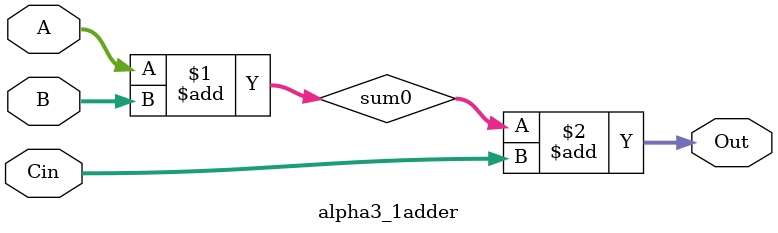
<source format=v>
`timescale 1 ns / 1 ns

module  alpha3_1adder
          (A,
           B,
           Cin,
           Out);


  input   [31:0] A;  // uint32
  input   [31:0] B;  // uint32
  input   [31:0] Cin;  // uint32
  output  [31:0] Out;  // uint32
  

  
  wire [31:0] sum0;  // uint32
  wire [31:0] carry0;  // uint32

  // cmp3 cmp0 (A, B, Cin, carry0, sum0);
  //assign Out = sum0[31:0] + {carry0[30:0], 1'b0};
 
 assign sum0 = A + B;
 assign Out = sum0 + Cin;
 
  
   endmodule  






















</source>
